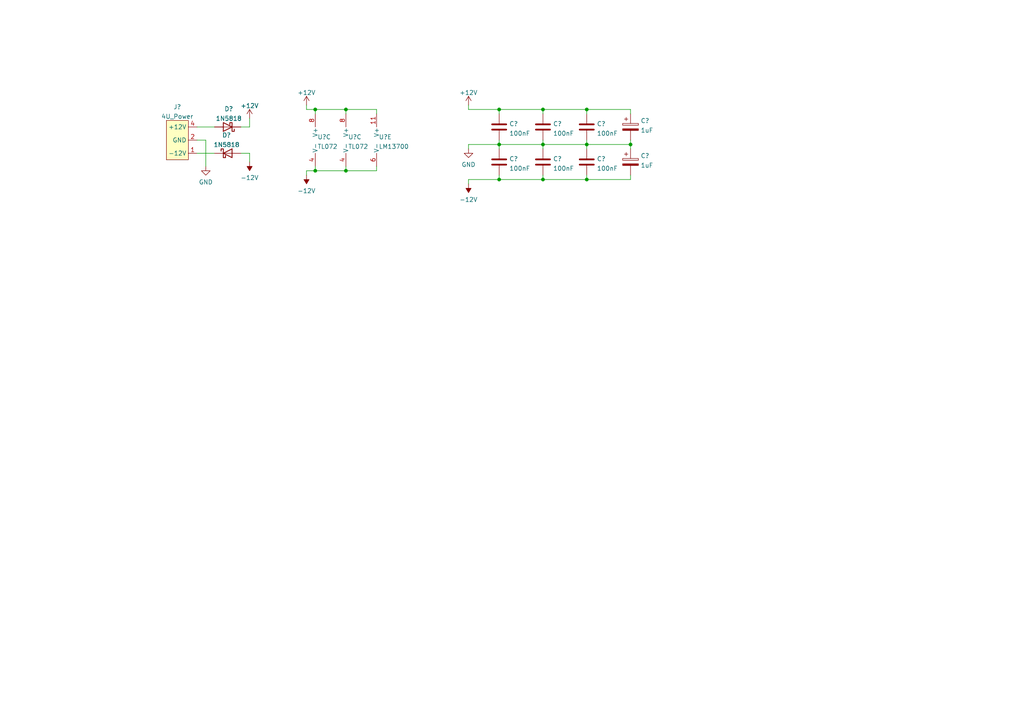
<source format=kicad_sch>
(kicad_sch (version 20211123) (generator eeschema)
  (paper "A4")
  (lib_symbols
    (symbol "4U_Hardware:4U_Power"
      (property "Reference" "J" (at 0 6.985 0))
      (property "Value" "4U_Power" (at 0 -6.985 0))
      (symbol "4U_Power_0_1"
        (rectangle (start -2.54 5.715) (end 3.81 -5.715) (stroke (width 0.1524)) (fill (type background)))
      )
      (symbol "4U_Power_1_1"
        (pin power_out line (at 6.35 -3.81 180) (length 2.54) (name "-12V") (number "1"))
        (pin power_out line (at 6.35 0 180) (length 2.54) (name "GND") (number "2"))
        (pin power_out line (at 6.35 0 180) (length 2.54) hide (name "GND") (number "3"))
        (pin power_out line (at 6.35 3.81 180) (length 2.54) (name "+12V") (number "4"))
      )
    )
    (symbol "Amplifier_Operational:LM13700" (pin_names (offset 0.127))
      (property "Reference" "U" (at 3.81 5.08 0))
      (property "Value" "LM13700" (at 5.08 -5.08 0))
      (symbol "LM13700_1_1"
        (polyline (pts (xy 3.81 -0.635) (xy 3.81 -2.54) (xy 5.08 -2.54)))
        (polyline (pts (xy 5.08 0) (xy -5.08 -5.08) (xy -5.08 5.08) (xy 5.08 0)) (stroke (width 0.254)) (fill (type background)))
        (pin output line (at 7.62 0 180) (length 2.54) (name "~") (number "12"))
        (pin input line (at -7.62 2.54 0) (length 2.54) (name "-") (number "13"))
        (pin input line (at -7.62 -2.54 0) (length 2.54) (name "+") (number "14"))
        (pin input line (at -7.62 0 0) (length 2.54) (name "DIODE_BIAS") (number "15"))
        (pin input line (at 7.62 -2.54 180) (length 2.54) (name "~") (number "16"))
      )
      (symbol "LM13700_2_0"
        (polyline (pts (xy -1.905 2.54) (xy -3.175 2.54)))
      )
      (symbol "LM13700_2_1"
        (circle (center -2.54 1.905) (radius 0.254) (stroke (width 0.254)) (fill (type outline)))
        (polyline (pts (xy -3.81 -0.635) (xy -2.54 -1.27)))
        (polyline (pts (xy -3.81 1.27) (xy -3.81 -1.27)))
        (polyline (pts (xy -2.54 -1.905) (xy -1.27 -2.54)))
        (polyline (pts (xy -2.54 0) (xy -2.54 -2.54)))
        (polyline (pts (xy -3.81 0.635) (xy -2.54 1.27) (xy -2.54 1.905) (xy -2.54 2.54)))
        (polyline (pts (xy -2.54 -1.27) (xy -3.175 -0.635) (xy -3.175 -1.27) (xy -2.54 -1.27)) (fill (type outline)))
        (polyline (pts (xy -2.54 -0.635) (xy -1.27 0) (xy -1.27 1.905) (xy -2.54 1.905)))
        (polyline (pts (xy -1.27 -2.54) (xy -1.905 -1.905) (xy -1.905 -2.54) (xy -1.27 -2.54)) (fill (type outline)))
        (text "V+" (at -2.54 3.81 0) (effects (font (size 1.27 1.27))))
        (pin input line (at -7.62 0 0) (length 3.81) (name "~") (number "10"))
        (pin output line (at 2.54 -2.54 180) (length 3.81) (name "~") (number "9"))
      )
      (symbol "LM13700_3_1"
        (polyline (pts (xy 3.81 -0.635) (xy 3.81 -2.54) (xy 5.08 -2.54)))
        (polyline (pts (xy 5.08 0) (xy -5.08 -5.08) (xy -5.08 5.08) (xy 5.08 0)) (stroke (width 0.254)) (fill (type background)))
        (pin input line (at 7.62 -2.54 180) (length 2.54) (name "~") (number "1"))
        (pin input line (at -7.62 0 0) (length 2.54) (name "DIODE_BIAS") (number "2"))
        (pin input line (at -7.62 -2.54 0) (length 2.54) (name "+") (number "3"))
        (pin input line (at -7.62 2.54 0) (length 2.54) (name "-") (number "4"))
        (pin output line (at 7.62 0 180) (length 2.54) (name "~") (number "5"))
      )
      (symbol "LM13700_4_0"
        (polyline (pts (xy -3.175 2.54) (xy -1.905 2.54)))
        (text "V+" (at -2.54 3.81 0) (effects (font (size 1.27 1.27))))
      )
      (symbol "LM13700_4_1"
        (circle (center -2.54 1.905) (radius 0.254) (stroke (width 0.254)) (fill (type outline)))
        (polyline (pts (xy -3.81 -0.635) (xy -2.54 -1.27)))
        (polyline (pts (xy -3.81 1.27) (xy -3.81 -1.27)))
        (polyline (pts (xy -2.54 -1.905) (xy -1.27 -2.54)))
        (polyline (pts (xy -2.54 0) (xy -2.54 -2.54)))
        (polyline (pts (xy -3.81 0.635) (xy -2.54 1.27) (xy -2.54 2.54)))
        (polyline (pts (xy -2.54 -1.27) (xy -3.175 -0.635) (xy -3.175 -1.27) (xy -2.54 -1.27)) (fill (type outline)))
        (polyline (pts (xy -2.54 -0.635) (xy -1.27 0) (xy -1.27 1.905) (xy -2.54 1.905)))
        (polyline (pts (xy -1.27 -2.54) (xy -1.905 -1.905) (xy -1.905 -2.54) (xy -1.27 -2.54)) (fill (type outline)))
        (pin input line (at -7.62 0 0) (length 3.81) (name "~") (number "7"))
        (pin output line (at 2.54 -2.54 180) (length 3.81) (name "~") (number "8"))
      )
      (symbol "LM13700_5_1"
        (pin power_in line (at -2.54 7.62 270) (length 3.81) (name "V+") (number "11"))
        (pin power_in line (at -2.54 -7.62 90) (length 3.81) (name "V-") (number "6"))
      )
    )
    (symbol "Amplifier_Operational:TL072" (pin_names (offset 0.127))
      (property "Reference" "U" (at 0 5.08 0))
      (property "Value" "TL072" (at 0 -5.08 0))
      (symbol "TL072_1_1"
        (polyline (pts (xy -5.08 5.08) (xy 5.08 0) (xy -5.08 -5.08) (xy -5.08 5.08)) (stroke (width 0.254)) (fill (type background)))
        (pin output line (at 7.62 0 180) (length 2.54) (name "~") (number "1"))
        (pin input line (at -7.62 -2.54 0) (length 2.54) (name "-") (number "2"))
        (pin input line (at -7.62 2.54 0) (length 2.54) (name "+") (number "3"))
      )
      (symbol "TL072_2_1"
        (polyline (pts (xy -5.08 5.08) (xy 5.08 0) (xy -5.08 -5.08) (xy -5.08 5.08)) (stroke (width 0.254)) (fill (type background)))
        (pin input line (at -7.62 2.54 0) (length 2.54) (name "+") (number "5"))
        (pin input line (at -7.62 -2.54 0) (length 2.54) (name "-") (number "6"))
        (pin output line (at 7.62 0 180) (length 2.54) (name "~") (number "7"))
      )
      (symbol "TL072_3_1"
        (pin power_in line (at -2.54 -7.62 90) (length 3.81) (name "V-") (number "4"))
        (pin power_in line (at -2.54 7.62 270) (length 3.81) (name "V+") (number "8"))
      )
    )
    (symbol "Device:C" (pin_numbers hide) (pin_names (offset 0.254))
      (property "Reference" "C" (at 0.635 2.54 0))
      (property "Value" "C" (at 0.635 -2.54 0))
      (symbol "C_0_1"
        (polyline (pts (xy -2.032 -0.762) (xy 2.032 -0.762)) (stroke (width 0.508)))
        (polyline (pts (xy -2.032 0.762) (xy 2.032 0.762)) (stroke (width 0.508)))
      )
      (symbol "C_1_1"
        (pin passive line (at 0 3.81 270) (length 2.794) (name "~") (number "1"))
        (pin passive line (at 0 -3.81 90) (length 2.794) (name "~") (number "2"))
      )
    )
    (symbol "Device:C_Polarized" (pin_numbers hide) (pin_names (offset 0.254))
      (property "Reference" "C" (at 0.635 2.54 0))
      (property "Value" "C_Polarized" (at 0.635 -2.54 0))
      (symbol "C_Polarized_0_1"
        (rectangle (start -2.286 0.508) (end 2.286 1.016))
        (polyline (pts (xy -1.778 2.286) (xy -0.762 2.286)))
        (polyline (pts (xy -1.27 2.794) (xy -1.27 1.778)))
        (rectangle (start 2.286 -0.508) (end -2.286 -1.016) (fill (type outline)))
      )
      (symbol "C_Polarized_1_1"
        (pin passive line (at 0 3.81 270) (length 2.794) (name "~") (number "1"))
        (pin passive line (at 0 -3.81 90) (length 2.794) (name "~") (number "2"))
      )
    )
    (symbol "Diode:1N5818" (pin_numbers hide) (pin_names (offset 1.016) hide)
      (property "Reference" "D" (at 0 2.54 0))
      (property "Value" "1N5818" (at 0 -2.54 0))
      (symbol "1N5818_0_1"
        (polyline (pts (xy 1.27 0) (xy -1.27 0)))
        (polyline (pts (xy 1.27 1.27) (xy 1.27 -1.27) (xy -1.27 0) (xy 1.27 1.27)) (stroke (width 0.254)))
        (polyline (pts (xy -1.905 0.635) (xy -1.905 1.27) (xy -1.27 1.27) (xy -1.27 -1.27) (xy -0.635 -1.27) (xy -0.635 -0.635)) (stroke (width 0.254)))
      )
      (symbol "1N5818_1_1"
        (pin passive line (at -3.81 0 0) (length 2.54) (name "K") (number "1"))
        (pin passive line (at 3.81 0 180) (length 2.54) (name "A") (number "2"))
      )
    )
    (symbol "power:+12V" (power) (pin_names (offset 0))
      (property "Value" "+12V" (at 0 3.556 0))
      (symbol "+12V_0_1"
        (polyline (pts (xy -0.762 1.27) (xy 0 2.54)))
        (polyline (pts (xy 0 0) (xy 0 2.54)))
        (polyline (pts (xy 0 2.54) (xy 0.762 1.27)))
      )
      (symbol "+12V_1_1"
        (pin power_in line (at 0 0 90) (length 0) hide (name "+12V") (number "1"))
      )
    )
    (symbol "power:-12V" (power) (pin_names (offset 0))
      (property "Value" "-12V" (at 0 3.81 0))
      (symbol "-12V_0_0"
        (pin power_in line (at 0 0 90) (length 0) hide (name "-12V") (number "1"))
      )
      (symbol "-12V_0_1"
        (polyline (pts (xy 0 0) (xy 0 1.27) (xy 0.762 1.27) (xy 0 2.54) (xy -0.762 1.27) (xy 0 1.27)) (fill (type outline)))
      )
    )
    (symbol "power:GND" (power) (pin_names (offset 0))
      (property "Value" "GND" (at 0 -3.81 0))
      (symbol "GND_0_1"
        (polyline (pts (xy 0 0) (xy 0 -1.27) (xy 1.27 -1.27) (xy 0 -2.54) (xy -1.27 -1.27) (xy 0 -1.27)))
      )
      (symbol "GND_1_1"
        (pin power_in line (at 0 0 270) (length 0) hide (name "GND") (number "1"))
      )
    )
  )
  (junction (at 100.33 31.75))
  (junction (at 157.48 52.07))
  (junction (at 91.44 49.53))
  (junction (at 144.78 31.75))
  (junction (at 157.48 41.91))
  (junction (at 157.48 31.75))
  (junction (at 100.33 49.53))
  (junction (at 170.18 41.91))
  (junction (at 182.88 41.91))
  (junction (at 91.44 31.75))
  (junction (at 170.18 52.07))
  (junction (at 170.18 31.75))
  (junction (at 144.78 41.91))
  (junction (at 144.78 52.07))
  (wire (pts (xy 100.33 48.26) (xy 100.33 49.53)))
  (wire (pts (xy 144.78 50.8) (xy 144.78 52.07)))
  (wire (pts (xy 91.44 49.53) (xy 100.33 49.53)))
  (wire (pts (xy 135.89 53.34) (xy 135.89 52.07)))
  (wire (pts (xy 182.88 41.91) (xy 182.88 43.18)))
  (wire (pts (xy 170.18 41.91) (xy 182.88 41.91)))
  (wire (pts (xy 109.22 31.75) (xy 109.22 33.02)))
  (wire (pts (xy 170.18 50.8) (xy 170.18 52.07)))
  (wire (pts (xy 72.39 36.83) (xy 72.39 34.29)))
  (wire (pts (xy 170.18 31.75) (xy 170.18 33.02)))
  (wire (pts (xy 69.85 44.45) (xy 72.39 44.45)))
  (wire (pts (xy 109.22 49.53) (xy 109.22 48.26)))
  (wire (pts (xy 182.88 52.07) (xy 182.88 50.8)))
  (wire (pts (xy 157.48 40.64) (xy 157.48 41.91)))
  (wire (pts (xy 135.89 30.48) (xy 135.89 31.75)))
  (wire (pts (xy 100.33 31.75) (xy 100.33 33.02)))
  (wire (pts (xy 100.33 31.75) (xy 109.22 31.75)))
  (wire (pts (xy 88.9 50.8) (xy 88.9 49.53)))
  (wire (pts (xy 144.78 41.91) (xy 144.78 43.18)))
  (wire (pts (xy 157.48 41.91) (xy 157.48 43.18)))
  (wire (pts (xy 91.44 31.75) (xy 100.33 31.75)))
  (wire (pts (xy 144.78 52.07) (xy 157.48 52.07)))
  (wire (pts (xy 157.48 41.91) (xy 170.18 41.91)))
  (wire (pts (xy 91.44 48.26) (xy 91.44 49.53)))
  (wire (pts (xy 182.88 41.91) (xy 182.88 40.64)))
  (wire (pts (xy 170.18 31.75) (xy 182.88 31.75)))
  (wire (pts (xy 182.88 31.75) (xy 182.88 33.02)))
  (wire (pts (xy 135.89 52.07) (xy 144.78 52.07)))
  (wire (pts (xy 72.39 44.45) (xy 72.39 46.99)))
  (wire (pts (xy 59.69 40.64) (xy 59.69 48.26)))
  (wire (pts (xy 135.89 43.18) (xy 135.89 41.91)))
  (wire (pts (xy 88.9 49.53) (xy 91.44 49.53)))
  (wire (pts (xy 157.48 52.07) (xy 170.18 52.07)))
  (wire (pts (xy 135.89 31.75) (xy 144.78 31.75)))
  (wire (pts (xy 91.44 31.75) (xy 91.44 33.02)))
  (wire (pts (xy 170.18 52.07) (xy 182.88 52.07)))
  (wire (pts (xy 100.33 49.53) (xy 109.22 49.53)))
  (wire (pts (xy 144.78 41.91) (xy 157.48 41.91)))
  (wire (pts (xy 88.9 30.48) (xy 88.9 31.75)))
  (wire (pts (xy 144.78 40.64) (xy 144.78 41.91)))
  (wire (pts (xy 157.48 50.8) (xy 157.48 52.07)))
  (wire (pts (xy 157.48 31.75) (xy 157.48 33.02)))
  (wire (pts (xy 57.15 40.64) (xy 59.69 40.64)))
  (wire (pts (xy 170.18 41.91) (xy 170.18 43.18)))
  (wire (pts (xy 57.15 44.45) (xy 62.23 44.45)))
  (wire (pts (xy 69.85 36.83) (xy 72.39 36.83)))
  (wire (pts (xy 88.9 31.75) (xy 91.44 31.75)))
  (wire (pts (xy 170.18 40.64) (xy 170.18 41.91)))
  (wire (pts (xy 157.48 31.75) (xy 170.18 31.75)))
  (wire (pts (xy 57.15 36.83) (xy 62.23 36.83)))
  (wire (pts (xy 144.78 31.75) (xy 144.78 33.02)))
  (wire (pts (xy 135.89 41.91) (xy 144.78 41.91)))
  (wire (pts (xy 144.78 31.75) (xy 157.48 31.75)))
  (symbol (lib_id "power:+12V") (at 135.89 30.48 0) (unit 1)
    (property "Reference" "#PWR?" (effects hide))
    (property "Value" "+12V" (at 135.89 26.8755 0))
  )
  (symbol (lib_id "power:-12V") (at 135.89 53.34 180) (unit 1)
    (property "Reference" "#PWR?" (effects hide))
    (property "Value" "-12V" (at 135.89 57.9025 0))
  )
  (symbol (lib_id "Device:C") (at 144.78 46.99 0) (unit 1)
    (property "Reference" "C?" (at 147.701 46.0815 0) (effects (justify left)))
    (property "Value" "100nF" (at 147.701 48.8566 0) (effects (justify left)))
  )
  (symbol (lib_id "Device:C_Polarized") (at 182.88 36.83 0) (unit 1)
    (property "Reference" "C?" (at 185.801 35.0325 0) (effects (justify left)))
    (property "Value" "1uF" (at 185.801 37.8076 0) (effects (justify left)))
  )
  (symbol (lib_id "Device:C") (at 170.18 36.83 0) (unit 1)
    (property "Reference" "C?" (at 173.101 35.9215 0) (effects (justify left)))
    (property "Value" "100nF" (at 173.101 38.6966 0) (effects (justify left)))
  )
  (symbol (lib_id "power:+12V") (at 72.39 34.29 0) (unit 1)
    (property "Reference" "#PWR?" (effects hide))
    (property "Value" "+12V" (at 72.39 30.6855 0))
  )
  (symbol (lib_id "Device:C") (at 157.48 46.99 0) (unit 1)
    (property "Reference" "C?" (at 160.401 46.0815 0) (effects (justify left)))
    (property "Value" "100nF" (at 160.401 48.8566 0) (effects (justify left)))
  )
  (symbol (lib_id "Amplifier_Operational:LM13700") (at 111.76 40.64 0) (unit 5)
    (property "Reference" "U?" (at 109.855 39.7315 0) (effects (justify left)))
    (property "Value" "LM13700" (at 109.855 42.5066 0) (effects (justify left)))
    (property "Datasheet" "http://www.ti.com/lit/ds/symlink/lm13700.pdf" (effects hide))
  )
  (symbol (lib_id "Device:C") (at 157.48 36.83 0) (unit 1)
    (property "Reference" "C?" (at 160.401 35.9215 0) (effects (justify left)))
    (property "Value" "100nF" (at 160.401 38.6966 0) (effects (justify left)))
  )
  (symbol (lib_id "power:+12V") (at 88.9 30.48 0) (unit 1)
    (property "Reference" "#PWR?" (effects hide))
    (property "Value" "+12V" (at 88.9 26.8755 0))
  )
  (symbol (lib_id "Device:C_Polarized") (at 182.88 46.99 0) (unit 1)
    (property "Reference" "C?" (at 185.801 45.1925 0) (effects (justify left)))
    (property "Value" "1uF" (at 185.801 47.9676 0) (effects (justify left)))
  )
  (symbol (lib_id "4U_Hardware:4U_Power") (at 50.8 40.64 0) (unit 1)
    (property "Reference" "J?" (at 51.435 31.0093 0))
    (property "Value" "4U_Power" (at 51.435 33.7844 0))
  )
  (symbol (lib_id "Diode:1N5818") (at 66.04 36.83 180) (unit 1)
    (property "Reference" "D?" (at 66.3575 31.5935 0))
    (property "Value" "1N5818" (at 66.3575 34.3686 0))
    (property "Footprint" "Diode_THT:D_DO-41_SOD81_P10.16mm_Horizontal" (effects hide))
    (property "Datasheet" "http://www.vishay.com/docs/88525/1n5817.pdf" (effects hide))
  )
  (symbol (lib_id "power:-12V") (at 88.9 50.8 180) (unit 1)
    (property "Reference" "#PWR?" (effects hide))
    (property "Value" "-12V" (at 88.9 55.3625 0))
  )
  (symbol (lib_id "power:-12V") (at 72.39 46.99 180) (unit 1)
    (property "Reference" "#PWR?" (effects hide))
    (property "Value" "-12V" (at 72.39 51.5525 0))
  )
  (symbol (lib_id "power:GND") (at 135.89 43.18 0) (unit 1)
    (property "Reference" "#PWR?" (effects hide))
    (property "Value" "GND" (at 135.89 47.7425 0))
  )
  (symbol (lib_id "Amplifier_Operational:TL072") (at 93.98 40.64 0) (unit 3)
    (property "Reference" "U?" (at 92.075 39.7315 0) (effects (justify left)))
    (property "Value" "TL072" (at 92.075 42.5066 0) (effects (justify left)))
    (property "Datasheet" "http://www.ti.com/lit/ds/symlink/tl071.pdf" (effects hide))
  )
  (symbol (lib_id "Device:C") (at 144.78 36.83 0) (unit 1)
    (property "Reference" "C?" (at 147.701 35.9215 0) (effects (justify left)))
    (property "Value" "100nF" (at 147.701 38.6966 0) (effects (justify left)))
  )
  (symbol (lib_id "Amplifier_Operational:TL072") (at 102.87 40.64 0) (unit 3)
    (property "Reference" "U?" (at 100.965 39.7315 0) (effects (justify left)))
    (property "Value" "TL072" (at 100.965 42.5066 0) (effects (justify left)))
    (property "Datasheet" "http://www.ti.com/lit/ds/symlink/tl071.pdf" (effects hide))
  )
  (symbol (lib_id "Device:C") (at 170.18 46.99 0) (unit 1)
    (property "Reference" "C?" (at 173.101 46.0815 0) (effects (justify left)))
    (property "Value" "100nF" (at 173.101 48.8566 0) (effects (justify left)))
  )
  (symbol (lib_id "Diode:1N5818") (at 66.04 44.45 0) (unit 1)
    (property "Reference" "D?" (at 65.7225 39.2135 0))
    (property "Value" "1N5818" (at 65.7225 41.9886 0))
    (property "Footprint" "Diode_THT:D_DO-41_SOD81_P10.16mm_Horizontal" (effects hide))
    (property "Datasheet" "http://www.vishay.com/docs/88525/1n5817.pdf" (effects hide))
  )
  (symbol (lib_id "power:GND") (at 59.69 48.26 0) (unit 1)
    (property "Reference" "#PWR?" (effects hide))
    (property "Value" "GND" (at 59.69 52.8225 0))
  )
)
</source>
